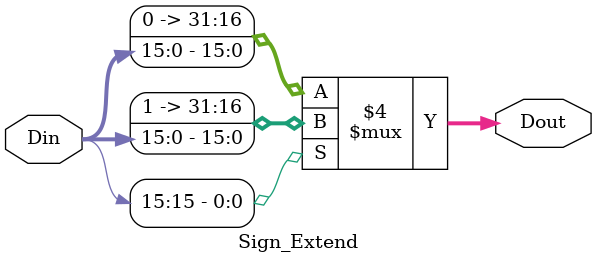
<source format=v>
module Sign_Extend(Din, Dout);
input [15:0] Din;
output [31:0] Dout;

reg [31:0] Dout;

always @(Din)begin
	if(Din[15] == 0)
		Dout = {16'b0000_0000_0000_0000, Din};
	else
		Dout = {16'b1111_1111_1111_1111, Din};
end

endmodule

</source>
